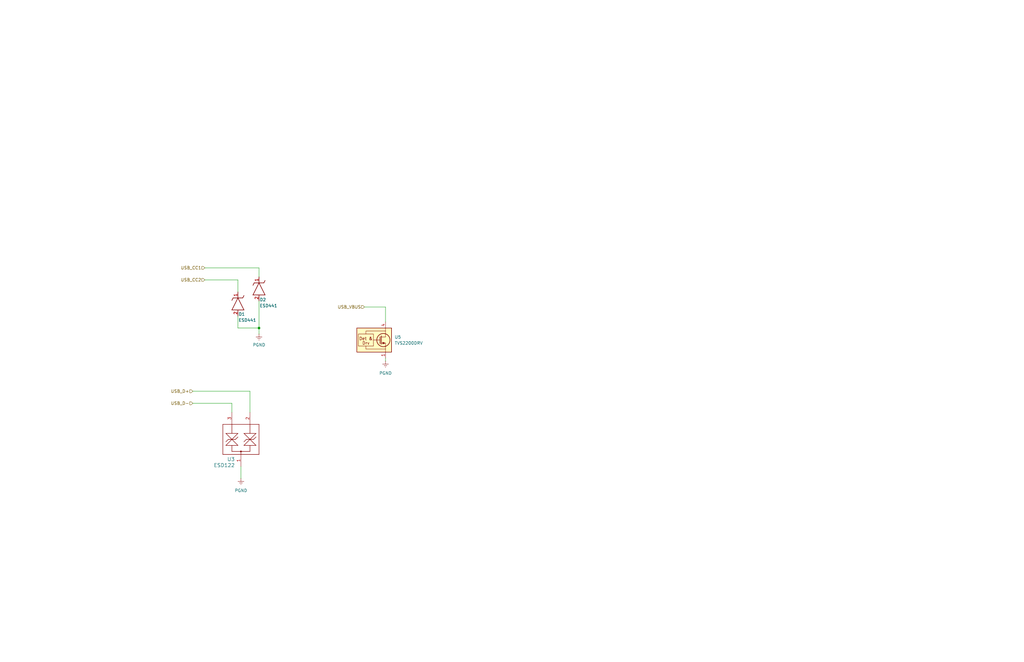
<source format=kicad_sch>
(kicad_sch (version 20231120) (generator "eeschema") (generator_version "8.0")
  (paper "B")
  (title_block (title "SCAN") (date "2025-01-30") (rev "v1.1") (company "Senior Design Group 35"))
  (lib_symbols
    (symbol "Power_Protection:TVS2200DRV" (pin_names (offset 0) hide)
      (property "Reference" "U" (at 2.54 1.27 0))
      (property "Value" "TVS2200DRV" (at 2.54 -1.27 0))
      (symbol "TVS2200DRV_0_0"
        (rectangle (start -11.43 2.54) (end -5.08 -2.54))
        (polyline (pts (xy 0 1.27) (xy -1.778 1.27)))
        (polyline (pts (xy -8.255 -2.54) (xy -8.255 -3.81) (xy 0 -3.81)))
        (polyline (pts (xy -8.255 2.54) (xy -8.255 3.81) (xy 0 3.81)))
        (text "Det &" (at -8.255 0.635 0) (effects (font (size 1.27 1.27))))
        (text "Drv" (at -8.255 -1.27 0) (effects (font (size 1.27 1.27))))
      )
      (symbol "TVS2200DRV_0_1"
        (rectangle (start -12.065 5.08) (end 2.54 -5.08) (stroke (width 0.254)) (fill (type background)))
        (circle (center -0.889 0) (radius 2.794) (stroke (width 0.254)))
        (polyline (pts (xy -2.286 0) (xy -5.08 0)))
        (polyline (pts (xy -2.286 1.397) (xy -2.286 -1.524)) (stroke (width 0.254)))
        (polyline (pts (xy -1.778 1.778) (xy -1.778 -1.778)) (stroke (width 0.254)))
        (polyline (pts (xy 0 -2.54) (xy 0 -5.08)))
        (polyline (pts (xy 0 2.54) (xy 0 1.27)))
        (polyline (pts (xy 0 5.08) (xy 0 2.54)))
        (polyline (pts (xy 0 -2.54) (xy 0 -1.27) (xy -1.778 -1.27)))
        (polyline (pts (xy -0.127 -1.27) (xy -1.143 -1.651) (xy -1.143 -0.889) (xy -0.127 -1.27)) (fill (type outline)))
      )
      (symbol "TVS2200DRV_1_1"
        (pin power_in line (at 0 -7.62 90) (length 2.54) (name "GND") (number "1"))
        (pin passive line (at 0 -7.62 90) (length 2.54) hide (name "GND") (number "2"))
        (pin passive line (at 0 -7.62 90) (length 2.54) hide (name "GND") (number "3"))
        (pin passive line (at 0 7.62 270) (length 2.54) (name "IN") (number "4"))
        (pin passive line (at 0 7.62 270) (length 2.54) hide (name "IN") (number "5"))
        (pin passive line (at 0 7.62 270) (length 2.54) hide (name "IN") (number "6"))
        (pin passive line (at 0 -7.62 90) (length 2.54) hide (name "GND") (number "7"))
      )
    )
    (symbol "custom_symbols:ESD122DMYR" (pin_names (offset 0.254))
      (property "Reference" "U" (at 0 1.27 0))
      (property "Value" "ESD122DMYR" (at 0 0 0))
      (symbol "ESD122DMYR_0_1"
        (circle (center -5.08 0) (radius 0.254) (stroke (width 0.2032)))
        (polyline (pts (xy -6.35 -7.62) (xy 6.35 -7.62)) (stroke (width 0.2032)))
        (polyline (pts (xy -6.35 0) (xy -5.08 0)) (stroke (width 0.2032)))
        (polyline (pts (xy -6.35 7.62) (xy -6.35 -7.62)) (stroke (width 0.2032)))
        (polyline (pts (xy -5.08 0) (xy -5.08 -3.81)) (stroke (width 0.2032)))
        (polyline (pts (xy -5.08 3.81) (xy -5.08 0)) (stroke (width 0.2032)))
        (polyline (pts (xy -2.54 -6.35) (xy 0 -3.81)) (stroke (width 0.2032)))
        (polyline (pts (xy -2.54 -3.81) (xy -5.08 -3.81)) (stroke (width 0.2032)))
        (polyline (pts (xy -2.54 -1.27) (xy -2.54 -6.35)) (stroke (width 0.2032)))
        (polyline (pts (xy -2.54 1.27) (xy 0 3.81)) (stroke (width 0.2032)))
        (polyline (pts (xy -2.54 3.81) (xy -5.08 3.81)) (stroke (width 0.2032)))
        (polyline (pts (xy -2.54 6.35) (xy -2.54 1.27)) (stroke (width 0.2032)))
        (polyline (pts (xy 0 -5.334) (xy 0 -2.286)) (stroke (width 0.2032)))
        (polyline (pts (xy 0 -3.81) (xy -2.54 -1.27)) (stroke (width 0.2032)))
        (polyline (pts (xy 0 -3.81) (xy 2.54 -1.27)) (stroke (width 0.2032)))
        (polyline (pts (xy 0 -2.286) (xy -1.016 -1.27)) (stroke (width 0.2032)))
        (polyline (pts (xy 0 2.286) (xy 0 5.334)) (stroke (width 0.2032)))
        (polyline (pts (xy 0 3.81) (xy -2.54 6.35)) (stroke (width 0.2032)))
        (polyline (pts (xy 0 3.81) (xy 2.54 6.35)) (stroke (width 0.2032)))
        (polyline (pts (xy 0 5.334) (xy -1.016 6.35)) (stroke (width 0.2032)))
        (polyline (pts (xy 1.016 -6.35) (xy 0 -5.334)) (stroke (width 0.2032)))
        (polyline (pts (xy 1.016 1.27) (xy 0 2.286)) (stroke (width 0.2032)))
        (polyline (pts (xy 2.54 -6.35) (xy 0 -3.81)) (stroke (width 0.2032)))
        (polyline (pts (xy 2.54 -1.27) (xy 2.54 -6.35)) (stroke (width 0.2032)))
        (polyline (pts (xy 2.54 1.27) (xy 0 3.81)) (stroke (width 0.2032)))
        (polyline (pts (xy 2.54 6.35) (xy 2.54 1.27)) (stroke (width 0.2032)))
        (polyline (pts (xy 6.35 -7.62) (xy 6.35 7.62)) (stroke (width 0.2032)))
        (polyline (pts (xy 6.35 -3.81) (xy 2.54 -3.81)) (stroke (width 0.2032)))
        (polyline (pts (xy 6.35 3.81) (xy 2.54 3.81)) (stroke (width 0.2032)))
        (polyline (pts (xy 6.35 7.62) (xy -6.35 7.62)) (stroke (width 0.2032)))
      )
      (symbol "ESD122DMYR_1_1"
        (pin unspecified line (at -11.43 0 0) (length 5.08) (name "") (number "1"))
        (pin unspecified line (at 11.43 -3.81 180) (length 5.08) (name "") (number "2"))
        (pin unspecified line (at 11.43 3.81 180) (length 5.08) (name "") (number "3"))
      )
    )
    (symbol "custom_symbols:ESD441DPLR" (pin_names hide)
      (property "Reference" "D" (at 12.7 8.89 0))
      (property "Value" "ESD441DPLR" (at 12.7 6.35 0))
      (symbol "ESD441DPLR_1_1"
        (polyline (pts (xy 9.144 2.54) (xy 10.16 2.032)) (stroke (width 0.254)))
        (polyline (pts (xy 10.16 -2.032) (xy 10.16 2.032)) (stroke (width 0.254)))
        (polyline (pts (xy 10.16 -2.032) (xy 11.176 -2.54)) (stroke (width 0.254)))
        (polyline (pts (xy 10.16 0) (xy 15.24 -2.54)) (stroke (width 0.254)))
        (polyline (pts (xy 15.24 2.54) (xy 10.16 0)) (stroke (width 0.254)))
        (polyline (pts (xy 15.24 2.54) (xy 15.24 -2.54)) (stroke (width 0.254)))
        (pin passive line (at 7.62 0 0) (length 2.54) (name "1") (number "1"))
        (pin passive line (at 17.78 0 180) (length 2.54) (name "2") (number "2"))
      )
    )
    (symbol "power:GNDREF" (power) (pin_numbers hide) (pin_names (offset 0) hide)
      (property "Value" "GNDREF" (at 0 -3.81 0))
      (symbol "GNDREF_0_1"
        (polyline (pts (xy -0.635 -1.905) (xy 0.635 -1.905)))
        (polyline (pts (xy -0.127 -2.54) (xy 0.127 -2.54)))
        (polyline (pts (xy 0 -1.27) (xy 0 0)))
        (polyline (pts (xy 1.27 -1.27) (xy -1.27 -1.27)))
      )
      (symbol "GNDREF_1_1"
        (pin power_in line (at 0 0 270) (length 0) (name "~") (number "1"))
      )
    )
  )
  (junction (at 109.22 138.43))
  (wire (pts (xy 81.28 170.18) (xy 97.79 170.18)))
  (wire (pts (xy 100.33 133.35) (xy 100.33 138.43)))
  (wire (pts (xy 97.79 170.18) (xy 97.79 173.99)))
  (wire (pts (xy 105.41 165.1) (xy 81.28 165.1)))
  (wire (pts (xy 86.36 118.11) (xy 100.33 118.11)))
  (wire (pts (xy 162.56 129.54) (xy 162.56 135.89)))
  (wire (pts (xy 109.22 113.03) (xy 109.22 116.84)))
  (wire (pts (xy 162.56 152.4) (xy 162.56 151.13)))
  (wire (pts (xy 101.6 196.85) (xy 101.6 201.93)))
  (wire (pts (xy 100.33 138.43) (xy 109.22 138.43)))
  (wire (pts (xy 109.22 127) (xy 109.22 138.43)))
  (wire (pts (xy 86.36 113.03) (xy 109.22 113.03)))
  (wire (pts (xy 100.33 118.11) (xy 100.33 123.19)))
  (wire (pts (xy 109.22 138.43) (xy 109.22 140.97)))
  (wire (pts (xy 153.67 129.54) (xy 162.56 129.54)))
  (wire (pts (xy 105.41 173.99) (xy 105.41 165.1)))
  (hierarchical_label "USB_CC1" (shape input) (at 86.36 113.03 180))
  (hierarchical_label "USB_D-" (shape input) (at 81.28 170.18 180))
  (hierarchical_label "USB_D+" (shape input) (at 81.28 165.1 180))
  (hierarchical_label "USB_CC2" (shape input) (at 86.36 118.11 180))
  (hierarchical_label "USB_VBUS" (shape input) (at 153.67 129.54 180))
  (symbol (lib_id "custom_symbols:ESD441DPLR") (at 100.33 115.57 270) (unit 1)
    (property "Reference" "D1" (at 100.584 132.588 90) (effects (justify left)))
    (property "Value" "ESD441" (at 100.584 135.128 90) (effects (justify left)))
    (property "Footprint" "SCAN_footprints:X2SON2_DPL_TEX" (effects (hide yes)))
    (property "Description" "TVS Diode" (effects (hide yes)))
    (property "Manufacturer_Name" "Texas Instruments" (effects (hide yes)))
    (property "Manufacturer_Part_Number" "ESD441DPLR" (effects (hide yes)))
  )
  (symbol (lib_id "power:GNDREF") (at 101.6 201.93 0) (unit 1)
    (property "Reference" "#PWR069" (effects (hide yes)))
    (property "Value" "PGND" (at 101.6 207.01 0))
    (property "Description" "Power symbol creates a global label with name \"GNDREF\" , reference supply ground" (effects (hide yes)))
  )
  (symbol (lib_id "custom_symbols:ESD441DPLR") (at 109.22 109.22 270) (unit 1)
    (property "Reference" "D2" (at 109.474 126.492 90) (effects (justify left)))
    (property "Value" "ESD441" (at 109.474 129.032 90) (effects (justify left)))
    (property "Footprint" "SCAN_footprints:X2SON2_DPL_TEX" (effects (hide yes)))
    (property "Description" "TVS Diode" (effects (hide yes)))
    (property "Manufacturer_Name" "Texas Instruments" (effects (hide yes)))
    (property "Manufacturer_Part_Number" "ESD441DPLR" (effects (hide yes)))
  )
  (symbol (lib_id "Power_Protection:TVS2200DRV") (at 162.56 143.51 0) (unit 1)
    (property "Reference" "U5" (at 166.37 142.2399 0) (effects (justify left)))
    (property "Value" "TVS2200DRV" (at 166.37 144.7799 0) (effects (justify left)))
    (property "Footprint" "Package_SON:WSON-6-1EP_2x2mm_P0.65mm_EP1x1.6mm" (effects (hide yes)))
    (property "Datasheet" "http://www.ti.com/lit/ds/symlink/tvs2200.pdf" (effects (hide yes)))
    (property "Description" "Flat-Clamp Surge Protection Device. 22Vrwm, WSON-6" (effects (hide yes)))
  )
  (symbol (lib_id "power:GNDREF") (at 162.56 152.4 0) (unit 1)
    (property "Reference" "#PWR076" (effects (hide yes)))
    (property "Value" "PGND" (at 162.56 157.48 0))
    (property "Description" "Power symbol creates a global label with name \"GNDREF\" , reference supply ground" (effects (hide yes)))
  )
  (symbol (lib_id "custom_symbols:ESD122DMYR") (at 101.6 185.42 90) (unit 1)
    (property "Reference" "U3" (at 99.06 193.802 90) (effects (font (size 1.524 1.524)) (justify left)))
    (property "Value" "ESD122" (at 99.06 196.342 90) (effects (font (size 1.524 1.524)) (justify left)))
    (property "Footprint" "SCAN_footprints:DMY0003A" (effects (hide yes)))
    (property "Datasheet" "ESD122DMYR" (effects (hide yes)))
  )
  (symbol (lib_id "power:GNDREF") (at 109.22 140.97 0) (unit 1)
    (property "Reference" "#PWR04" (effects (hide yes)))
    (property "Value" "PGND" (at 109.22 145.542 0))
    (property "Description" "Power symbol creates a global label with name \"GNDREF\" , reference supply ground" (effects (hide yes)))
  )
)
</source>
